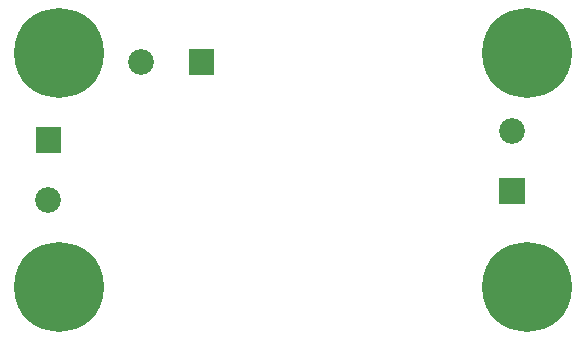
<source format=gbr>
G04 start of page 7 for group -4062 idx -4062 *
G04 Title: (unknown), soldermask *
G04 Creator: pcb 20140316 *
G04 CreationDate: Sun 15 Dec 2019 10:03:36 PM GMT UTC *
G04 For: railfan *
G04 Format: Gerber/RS-274X *
G04 PCB-Dimensions (mil): 1900.00 1120.00 *
G04 PCB-Coordinate-Origin: lower left *
%MOIN*%
%FSLAX25Y25*%
%LNBOTTOMMASK*%
%ADD52C,0.0860*%
%ADD51C,0.0001*%
%ADD50C,0.2997*%
G54D50*X17000Y95000D03*
X173000D03*
G54D51*G36*
X60200Y96300D02*Y87700D01*
X68800D01*
Y96300D01*
X60200D01*
G37*
G54D52*X44500Y92000D03*
G54D50*X17000Y17000D03*
G54D51*G36*
X9200Y70300D02*Y61700D01*
X17800D01*
Y70300D01*
X9200D01*
G37*
G54D52*X13500Y46000D03*
G54D50*X173000Y17000D03*
G54D51*G36*
X163700Y53300D02*Y44700D01*
X172300D01*
Y53300D01*
X163700D01*
G37*
G54D52*X168000Y69000D03*
M02*

</source>
